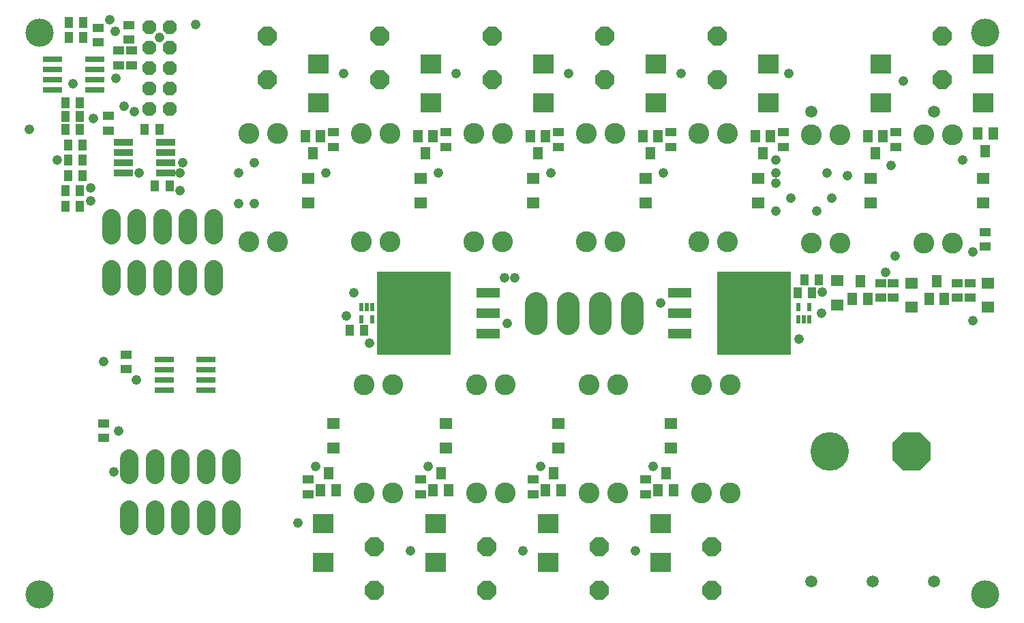
<source format=gts>
G75*
G70*
%OFA0B0*%
%FSLAX24Y24*%
%IPPOS*%
%LPD*%
%AMOC8*
5,1,8,0,0,1.08239X$1,22.5*
%
%ADD10R,0.0474X0.0631*%
%ADD11R,0.0552X0.0395*%
%ADD12R,0.0395X0.0552*%
%ADD13R,0.1025X0.0946*%
%ADD14R,0.0631X0.0552*%
%ADD15R,0.1140X0.0480*%
%ADD16R,0.3600X0.4080*%
%ADD17R,0.0946X0.0316*%
%ADD18C,0.1025*%
%ADD19OC8,0.0907*%
%ADD20C,0.1084*%
%ADD21R,0.0950X0.0320*%
%ADD22C,0.1890*%
%ADD23OC8,0.1890*%
%ADD24R,0.0237X0.0434*%
%ADD25C,0.0595*%
%ADD26OC8,0.0680*%
%ADD27C,0.1380*%
%ADD28C,0.0907*%
%ADD29C,0.0476*%
D10*
X015306Y006497D03*
X016054Y006497D03*
X015680Y007363D03*
X020806Y006497D03*
X021554Y006497D03*
X021180Y007363D03*
X026306Y006497D03*
X027054Y006497D03*
X026680Y007363D03*
X031806Y006497D03*
X032554Y006497D03*
X032180Y007363D03*
X041306Y015872D03*
X042054Y015872D03*
X041680Y016738D03*
X045056Y015872D03*
X045804Y015872D03*
X045430Y016738D03*
X042430Y022997D03*
X042056Y023863D03*
X042804Y023863D03*
X047431Y023988D03*
X048179Y023988D03*
X047805Y023122D03*
X037304Y023863D03*
X036556Y023863D03*
X036930Y022997D03*
X031804Y023863D03*
X031056Y023863D03*
X031430Y022997D03*
X026304Y023863D03*
X025556Y023863D03*
X025930Y022997D03*
X020804Y023863D03*
X020056Y023863D03*
X020430Y022997D03*
X015304Y023863D03*
X014556Y023863D03*
X014930Y022997D03*
D11*
X015930Y023326D03*
X015930Y024034D03*
X021430Y024034D03*
X021430Y023326D03*
X026930Y023326D03*
X026930Y024034D03*
X032430Y024034D03*
X032430Y023326D03*
X037930Y023326D03*
X037930Y024034D03*
X043430Y024034D03*
X043430Y023326D03*
X047805Y019159D03*
X047805Y018451D03*
X047055Y016659D03*
X046430Y016659D03*
X046430Y015951D03*
X047055Y015951D03*
X043305Y015951D03*
X042680Y015951D03*
X042680Y016659D03*
X043305Y016659D03*
X031180Y007034D03*
X031180Y006326D03*
X025680Y006326D03*
X025680Y007034D03*
X020180Y007034D03*
X020180Y006326D03*
X014680Y006326D03*
X014680Y007034D03*
X005805Y012451D03*
X005805Y013159D03*
X004680Y009784D03*
X004680Y009076D03*
X004930Y024126D03*
X004930Y024834D03*
X005430Y027326D03*
X006055Y027326D03*
X006055Y028034D03*
X005430Y028034D03*
X005930Y028576D03*
X005930Y029284D03*
X004430Y029159D03*
X004430Y028451D03*
D12*
X003684Y028680D03*
X002976Y028680D03*
X002976Y029430D03*
X003684Y029430D03*
X003534Y025480D03*
X003534Y024830D03*
X003534Y024180D03*
X002826Y024180D03*
X002826Y024830D03*
X002826Y025480D03*
X002951Y023430D03*
X003659Y023430D03*
X003659Y022680D03*
X002951Y022680D03*
X002951Y021930D03*
X003659Y021930D03*
X003534Y021180D03*
X002826Y021180D03*
X002826Y020430D03*
X003534Y020430D03*
X007201Y021430D03*
X007909Y021430D03*
X007409Y024180D03*
X006701Y024180D03*
X016726Y014355D03*
X017434Y014355D03*
X038626Y016180D03*
X039334Y016180D03*
X039659Y016805D03*
X038951Y016805D03*
D13*
X037180Y025464D03*
X037180Y027396D03*
X031680Y027396D03*
X031680Y025464D03*
X026180Y025464D03*
X026180Y027396D03*
X020680Y027396D03*
X020680Y025464D03*
X015180Y025464D03*
X015180Y027396D03*
X042680Y027396D03*
X042680Y025464D03*
X047680Y025464D03*
X047680Y027396D03*
X031930Y004896D03*
X031930Y002964D03*
X026430Y002964D03*
X026430Y004896D03*
X020930Y004896D03*
X020930Y002964D03*
X015430Y002964D03*
X015430Y004896D03*
D14*
X015930Y008589D03*
X015930Y009771D03*
X021430Y009771D03*
X021430Y008589D03*
X026930Y008589D03*
X026930Y009771D03*
X032430Y009771D03*
X032430Y008589D03*
X040555Y015589D03*
X040555Y016771D03*
X044180Y016646D03*
X044180Y015464D03*
X047930Y015464D03*
X047930Y016646D03*
X047680Y020589D03*
X047680Y021771D03*
X042180Y021771D03*
X042180Y020589D03*
X036680Y020589D03*
X036680Y021771D03*
X031180Y021771D03*
X031180Y020589D03*
X025680Y020589D03*
X025680Y021771D03*
X020180Y021771D03*
X020180Y020589D03*
X014680Y020589D03*
X014680Y021771D03*
D15*
X023490Y016180D03*
X023490Y015180D03*
X023490Y014180D03*
X032870Y014180D03*
X032870Y015180D03*
X032870Y016180D03*
D16*
X036490Y015180D03*
X019870Y015180D03*
D17*
X009704Y012930D03*
X009704Y012430D03*
X009704Y011930D03*
X009704Y011430D03*
X007656Y011430D03*
X007656Y011930D03*
X007656Y012430D03*
X007656Y012930D03*
X004254Y026130D03*
X004254Y026630D03*
X004254Y027130D03*
X004254Y027630D03*
X002206Y027630D03*
X002206Y027130D03*
X002206Y026630D03*
X002206Y026130D03*
D18*
X011780Y023980D03*
X013180Y023980D03*
X017280Y023980D03*
X018680Y023980D03*
X022780Y023980D03*
X024180Y023980D03*
X028280Y023980D03*
X029680Y023980D03*
X033780Y023980D03*
X035180Y023980D03*
X039305Y023930D03*
X040705Y023930D03*
X044805Y023930D03*
X046205Y023930D03*
X046205Y018630D03*
X044805Y018630D03*
X040705Y018630D03*
X039305Y018630D03*
X035180Y018680D03*
X033780Y018680D03*
X029680Y018680D03*
X028280Y018680D03*
X024180Y018680D03*
X022780Y018680D03*
X018680Y018680D03*
X017280Y018680D03*
X013180Y018680D03*
X011780Y018680D03*
X017430Y011680D03*
X018830Y011680D03*
X022930Y011680D03*
X024330Y011680D03*
X028430Y011680D03*
X029830Y011680D03*
X033930Y011680D03*
X035330Y011680D03*
X035330Y006380D03*
X033930Y006380D03*
X029830Y006380D03*
X028430Y006380D03*
X024330Y006380D03*
X022930Y006380D03*
X018830Y006380D03*
X017430Y006380D03*
D19*
X017930Y003763D03*
X017930Y001597D03*
X023430Y001597D03*
X023430Y003763D03*
X028930Y003763D03*
X028930Y001597D03*
X034430Y001597D03*
X034430Y003763D03*
X034680Y026597D03*
X034680Y028763D03*
X029180Y028763D03*
X029180Y026597D03*
X023680Y026597D03*
X023680Y028763D03*
X018180Y028763D03*
X018180Y026597D03*
X012680Y026597D03*
X012680Y028763D03*
X045680Y028763D03*
X045680Y026597D03*
D20*
X030519Y015682D02*
X030519Y014678D01*
X028960Y014678D02*
X028960Y015682D01*
X027400Y015682D02*
X027400Y014678D01*
X025841Y014678D02*
X025841Y015682D01*
D21*
X007710Y022055D03*
X007710Y022555D03*
X007710Y023055D03*
X007710Y023555D03*
X005650Y023555D03*
X005650Y023055D03*
X005650Y022555D03*
X005650Y022055D03*
D22*
X040180Y008430D03*
D23*
X044180Y008430D03*
D24*
X039186Y014865D03*
X038930Y014865D03*
X038674Y014865D03*
X038674Y015495D03*
X039186Y015495D03*
X017811Y015495D03*
X017555Y015495D03*
X017299Y015495D03*
X017299Y014865D03*
X017811Y014865D03*
D25*
X039305Y025055D03*
X045305Y025055D03*
X045305Y002055D03*
X042305Y002055D03*
X039305Y002055D03*
D26*
X007930Y025180D03*
X006930Y025180D03*
X006930Y026180D03*
X007930Y026180D03*
X007930Y027180D03*
X006930Y027180D03*
X006930Y028180D03*
X007930Y028180D03*
X007930Y029180D03*
X006930Y029180D03*
D27*
X001555Y001430D03*
X001555Y028930D03*
X047805Y028930D03*
X047805Y001430D03*
D28*
X010930Y004767D02*
X010930Y005593D01*
X009680Y005593D02*
X009680Y004767D01*
X008430Y004767D02*
X008430Y005593D01*
X007180Y005593D02*
X007180Y004767D01*
X005930Y004767D02*
X005930Y005593D01*
X005930Y007267D02*
X005930Y008093D01*
X007180Y008093D02*
X007180Y007267D01*
X008430Y007267D02*
X008430Y008093D01*
X009680Y008093D02*
X009680Y007267D01*
X010930Y007267D02*
X010930Y008093D01*
X010055Y016517D02*
X010055Y017343D01*
X008805Y017343D02*
X008805Y016517D01*
X007555Y016517D02*
X007555Y017343D01*
X006305Y017343D02*
X006305Y016517D01*
X005055Y016517D02*
X005055Y017343D01*
X005055Y019017D02*
X005055Y019843D01*
X006305Y019843D02*
X006305Y019017D01*
X007555Y019017D02*
X007555Y019843D01*
X008805Y019843D02*
X008805Y019017D01*
X010055Y019017D02*
X010055Y019843D01*
D29*
X011305Y020555D03*
X012055Y020555D03*
X011305Y022055D03*
X012055Y022555D03*
X008555Y022555D03*
X008430Y022055D03*
X008430Y021180D03*
X006430Y022055D03*
X004055Y021305D03*
X004055Y020680D03*
X002430Y022680D03*
X001055Y024180D03*
X004205Y024705D03*
X005680Y025305D03*
X006180Y025055D03*
X005305Y026680D03*
X003180Y026430D03*
X005255Y028980D03*
X005005Y029555D03*
X007430Y028680D03*
X009180Y029305D03*
X016430Y026930D03*
X021930Y026930D03*
X027430Y026930D03*
X032930Y026930D03*
X038180Y026930D03*
X043805Y026555D03*
X046680Y022680D03*
X043180Y022430D03*
X041055Y021930D03*
X040055Y022055D03*
X040305Y020805D03*
X039555Y020180D03*
X038305Y020805D03*
X037555Y020180D03*
X037555Y021555D03*
X037555Y022055D03*
X037555Y022680D03*
X032055Y022055D03*
X026555Y022055D03*
X021055Y022055D03*
X015555Y022055D03*
X024305Y016930D03*
X024805Y016930D03*
X024430Y014680D03*
X017680Y013705D03*
X016555Y015055D03*
X016930Y016180D03*
X006305Y011930D03*
X004680Y012805D03*
X005430Y009430D03*
X005180Y007430D03*
X014180Y004930D03*
X015055Y007680D03*
X020555Y007680D03*
X026055Y007680D03*
X031555Y007680D03*
X030680Y003555D03*
X025180Y003555D03*
X019680Y003555D03*
X038680Y013930D03*
X039805Y015180D03*
X039830Y016205D03*
X042930Y017180D03*
X043380Y017980D03*
X047180Y018180D03*
X047180Y014805D03*
X031930Y015680D03*
X031930Y015680D03*
M02*

</source>
